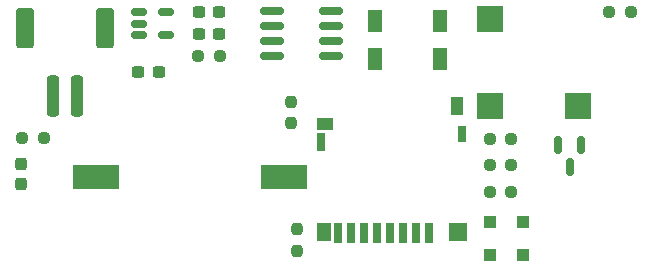
<source format=gbr>
%TF.GenerationSoftware,KiCad,Pcbnew,6.0.10-86aedd382b~118~ubuntu22.04.1*%
%TF.CreationDate,2023-01-20T17:58:32-05:00*%
%TF.ProjectId,picoco2,7069636f-636f-4322-9e6b-696361645f70,rev?*%
%TF.SameCoordinates,Original*%
%TF.FileFunction,Paste,Top*%
%TF.FilePolarity,Positive*%
%FSLAX46Y46*%
G04 Gerber Fmt 4.6, Leading zero omitted, Abs format (unit mm)*
G04 Created by KiCad (PCBNEW 6.0.10-86aedd382b~118~ubuntu22.04.1) date 2023-01-20 17:58:32*
%MOMM*%
%LPD*%
G01*
G04 APERTURE LIST*
G04 Aperture macros list*
%AMRoundRect*
0 Rectangle with rounded corners*
0 $1 Rounding radius*
0 $2 $3 $4 $5 $6 $7 $8 $9 X,Y pos of 4 corners*
0 Add a 4 corners polygon primitive as box body*
4,1,4,$2,$3,$4,$5,$6,$7,$8,$9,$2,$3,0*
0 Add four circle primitives for the rounded corners*
1,1,$1+$1,$2,$3*
1,1,$1+$1,$4,$5*
1,1,$1+$1,$6,$7*
1,1,$1+$1,$8,$9*
0 Add four rect primitives between the rounded corners*
20,1,$1+$1,$2,$3,$4,$5,0*
20,1,$1+$1,$4,$5,$6,$7,0*
20,1,$1+$1,$6,$7,$8,$9,0*
20,1,$1+$1,$8,$9,$2,$3,0*%
G04 Aperture macros list end*
%ADD10R,0.700000X1.750000*%
%ADD11R,1.300000X1.500000*%
%ADD12R,0.800000X1.500000*%
%ADD13R,0.800000X1.400000*%
%ADD14R,1.500000X1.500000*%
%ADD15R,1.000000X1.550000*%
%ADD16R,1.450000X1.000000*%
%ADD17RoundRect,0.150000X0.825000X0.150000X-0.825000X0.150000X-0.825000X-0.150000X0.825000X-0.150000X0*%
%ADD18RoundRect,0.237500X0.300000X0.237500X-0.300000X0.237500X-0.300000X-0.237500X0.300000X-0.237500X0*%
%ADD19RoundRect,0.237500X-0.250000X-0.237500X0.250000X-0.237500X0.250000X0.237500X-0.250000X0.237500X0*%
%ADD20RoundRect,0.150000X-0.150000X0.587500X-0.150000X-0.587500X0.150000X-0.587500X0.150000X0.587500X0*%
%ADD21RoundRect,0.237500X0.237500X-0.250000X0.237500X0.250000X-0.237500X0.250000X-0.237500X-0.250000X0*%
%ADD22RoundRect,0.150000X-0.512500X-0.150000X0.512500X-0.150000X0.512500X0.150000X-0.512500X0.150000X0*%
%ADD23R,1.100000X1.100000*%
%ADD24RoundRect,0.250000X0.250000X1.500000X-0.250000X1.500000X-0.250000X-1.500000X0.250000X-1.500000X0*%
%ADD25RoundRect,0.250001X0.499999X1.449999X-0.499999X1.449999X-0.499999X-1.449999X0.499999X-1.449999X0*%
%ADD26R,4.000000X2.000000*%
%ADD27RoundRect,0.237500X0.250000X0.237500X-0.250000X0.237500X-0.250000X-0.237500X0.250000X-0.237500X0*%
%ADD28RoundRect,0.237500X-0.300000X-0.237500X0.300000X-0.237500X0.300000X0.237500X-0.300000X0.237500X0*%
%ADD29RoundRect,0.237500X-0.237500X0.287500X-0.237500X-0.287500X0.237500X-0.287500X0.237500X0.287500X0*%
%ADD30R,2.195000X2.195000*%
%ADD31R,1.300000X1.900000*%
G04 APERTURE END LIST*
D10*
%TO.C,J2*%
X35813600Y-98988000D03*
X34713600Y-98988000D03*
X33613600Y-98988000D03*
X32513600Y-98988000D03*
X31413600Y-98988000D03*
X30313600Y-98988000D03*
X29213600Y-98988000D03*
X28113600Y-98988000D03*
D11*
X26913600Y-98863000D03*
D12*
X26663600Y-91263000D03*
D13*
X38613600Y-90613000D03*
D14*
X38263600Y-98863000D03*
D15*
X38213600Y-88188000D03*
D16*
X26988600Y-89763000D03*
%TD*%
D17*
%TO.C,U4*%
X27468600Y-83997800D03*
X27468600Y-82727800D03*
X27468600Y-81457800D03*
X27468600Y-80187800D03*
X22518600Y-80187800D03*
X22518600Y-81457800D03*
X22518600Y-82727800D03*
X22518600Y-83997800D03*
%TD*%
D18*
%TO.C,C2*%
X18032900Y-80213200D03*
X16307900Y-80213200D03*
%TD*%
%TO.C,C1*%
X18032900Y-82092800D03*
X16307900Y-82092800D03*
%TD*%
D19*
%TO.C,R3*%
X40946700Y-95453200D03*
X42771700Y-95453200D03*
%TD*%
%TO.C,R8*%
X16257900Y-83972400D03*
X18082900Y-83972400D03*
%TD*%
D20*
%TO.C,Q1*%
X48651200Y-91518500D03*
X46751200Y-91518500D03*
X47701200Y-93393500D03*
%TD*%
D21*
%TO.C,R9*%
X24638000Y-100480500D03*
X24638000Y-98655500D03*
%TD*%
%TO.C,R6*%
X24079200Y-89660100D03*
X24079200Y-87835100D03*
%TD*%
D22*
%TO.C,U5*%
X11257700Y-80279200D03*
X11257700Y-81229200D03*
X11257700Y-82179200D03*
X13532700Y-82179200D03*
X13532700Y-80279200D03*
%TD*%
D23*
%TO.C,D1*%
X43767200Y-98044000D03*
X40967200Y-98044000D03*
%TD*%
D19*
%TO.C,R7*%
X1373500Y-90932000D03*
X3198500Y-90932000D03*
%TD*%
D24*
%TO.C,BT3*%
X5978400Y-87381200D03*
X3978400Y-87381200D03*
D25*
X1628400Y-81631200D03*
X8328400Y-81631200D03*
%TD*%
D26*
%TO.C,BT1*%
X23489800Y-94234800D03*
X7599800Y-94234800D03*
%TD*%
D27*
%TO.C,R4*%
X52880900Y-80264000D03*
X51055900Y-80264000D03*
%TD*%
%TO.C,R1*%
X42771700Y-90982800D03*
X40946700Y-90982800D03*
%TD*%
D28*
%TO.C,C3*%
X11177100Y-85293200D03*
X12902100Y-85293200D03*
%TD*%
D27*
%TO.C,R2*%
X42771700Y-93218000D03*
X40946700Y-93218000D03*
%TD*%
D29*
%TO.C,D4*%
X1270000Y-93105000D03*
X1270000Y-94855000D03*
%TD*%
D30*
%TO.C,BZ1*%
X41004000Y-80831200D03*
X41004000Y-88231200D03*
X48404000Y-88231200D03*
%TD*%
D31*
%TO.C,Y1*%
X36735200Y-81000800D03*
X31235200Y-81000800D03*
X31235200Y-84200800D03*
X36735200Y-84200800D03*
%TD*%
D23*
%TO.C,D5*%
X43767200Y-100838000D03*
X40967200Y-100838000D03*
%TD*%
M02*

</source>
